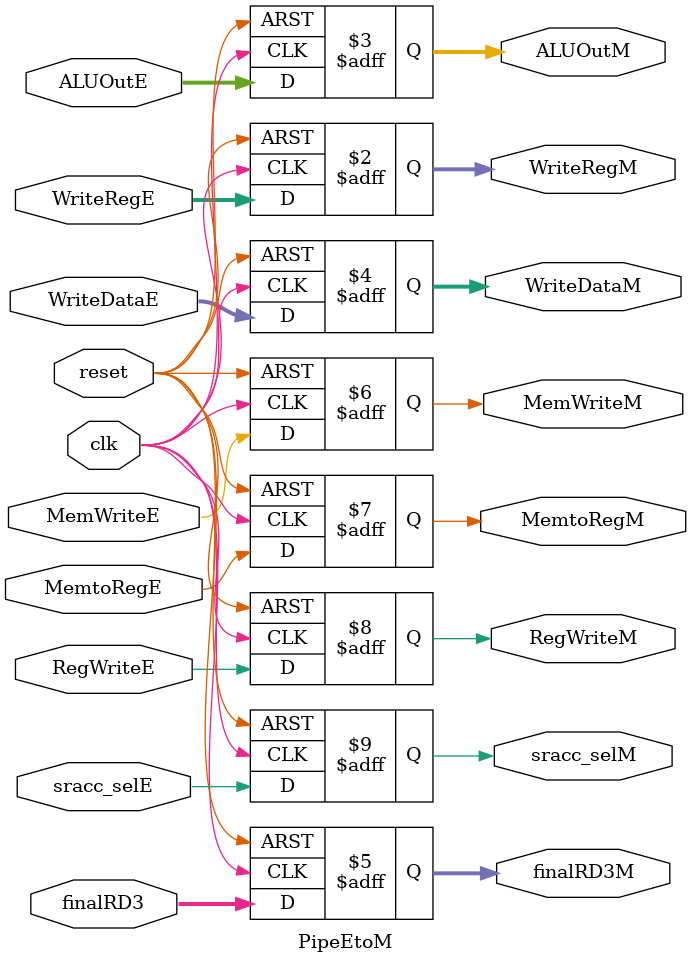
<source format=sv>
`timescale 1ns / 1ps
module PipeEtoM(input logic clk, reset, MemWriteE, MemtoRegE, RegWriteE, sracc_selE,
		input logic [31:0] ALUOutE, WriteDataE, finalRD3,
		input logic [4:0] WriteRegE,
		output logic [4:0] WriteRegM,
		output logic [31:0] ALUOutM, WriteDataM, finalRD3M,
		output logic MemWriteM, MemtoRegM, RegWriteM, sracc_selM);

	always_ff @(posedge clk, posedge reset) 
	begin

		if(reset) begin
			
			MemWriteM <= 0;
			MemtoRegM <= 0;
			RegWriteM <= 0;
			ALUOutM <= 0;
			WriteDataM <= 0;
			WriteRegM <= 0;
			
			finalRD3M <= 0;
			sracc_selM <= 0;
		end
		else begin

			MemWriteM <= MemWriteE;
			MemtoRegM <= MemtoRegE;
			RegWriteM <= RegWriteE;
			ALUOutM <= ALUOutE;
			WriteDataM <= WriteDataE;
			WriteRegM <= WriteRegE;
			
			finalRD3M <= finalRD3;
			sracc_selM <= sracc_selE;
		end
	end
           
endmodule
</source>
